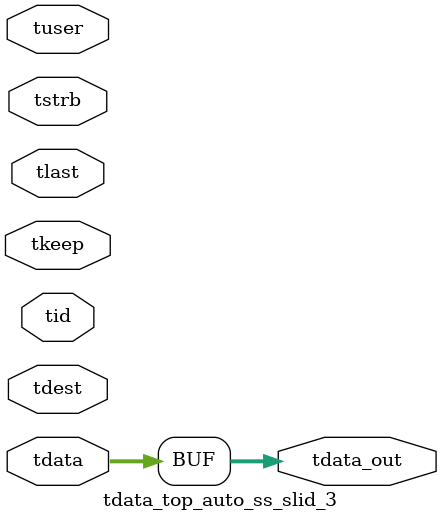
<source format=v>


`timescale 1ps/1ps

module tdata_top_auto_ss_slid_3 #
(
parameter C_S_AXIS_TDATA_WIDTH = 32,
parameter C_S_AXIS_TUSER_WIDTH = 0,
parameter C_S_AXIS_TID_WIDTH   = 0,
parameter C_S_AXIS_TDEST_WIDTH = 0,
parameter C_M_AXIS_TDATA_WIDTH = 32
)
(
input  [(C_S_AXIS_TDATA_WIDTH == 0 ? 1 : C_S_AXIS_TDATA_WIDTH)-1:0     ] tdata,
input  [(C_S_AXIS_TUSER_WIDTH == 0 ? 1 : C_S_AXIS_TUSER_WIDTH)-1:0     ] tuser,
input  [(C_S_AXIS_TID_WIDTH   == 0 ? 1 : C_S_AXIS_TID_WIDTH)-1:0       ] tid,
input  [(C_S_AXIS_TDEST_WIDTH == 0 ? 1 : C_S_AXIS_TDEST_WIDTH)-1:0     ] tdest,
input  [(C_S_AXIS_TDATA_WIDTH/8)-1:0 ] tkeep,
input  [(C_S_AXIS_TDATA_WIDTH/8)-1:0 ] tstrb,
input                                                                    tlast,
output [C_M_AXIS_TDATA_WIDTH-1:0] tdata_out
);

assign tdata_out = {tdata[31:0]};

endmodule


</source>
